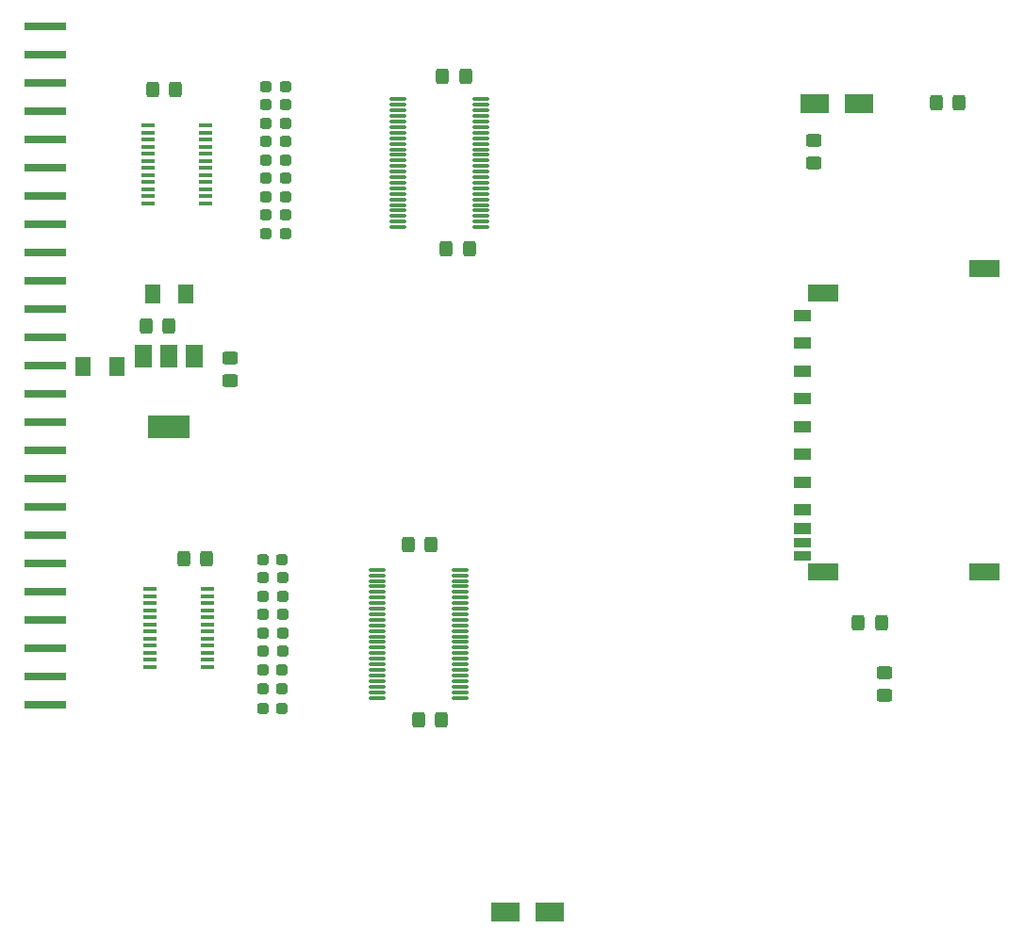
<source format=gbr>
%TF.GenerationSoftware,KiCad,Pcbnew,(6.0.2)*%
%TF.CreationDate,2022-04-15T06:18:49-06:00*%
%TF.ProjectId,XCVR_F4_SMD_V1,58435652-5f46-4345-9f53-4d445f56312e,rev?*%
%TF.SameCoordinates,Original*%
%TF.FileFunction,Paste,Top*%
%TF.FilePolarity,Positive*%
%FSLAX46Y46*%
G04 Gerber Fmt 4.6, Leading zero omitted, Abs format (unit mm)*
G04 Created by KiCad (PCBNEW (6.0.2)) date 2022-04-15 06:18:49*
%MOMM*%
%LPD*%
G01*
G04 APERTURE LIST*
G04 Aperture macros list*
%AMRoundRect*
0 Rectangle with rounded corners*
0 $1 Rounding radius*
0 $2 $3 $4 $5 $6 $7 $8 $9 X,Y pos of 4 corners*
0 Add a 4 corners polygon primitive as box body*
4,1,4,$2,$3,$4,$5,$6,$7,$8,$9,$2,$3,0*
0 Add four circle primitives for the rounded corners*
1,1,$1+$1,$2,$3*
1,1,$1+$1,$4,$5*
1,1,$1+$1,$6,$7*
1,1,$1+$1,$8,$9*
0 Add four rect primitives between the rounded corners*
20,1,$1+$1,$2,$3,$4,$5,0*
20,1,$1+$1,$4,$5,$6,$7,0*
20,1,$1+$1,$6,$7,$8,$9,0*
20,1,$1+$1,$8,$9,$2,$3,0*%
G04 Aperture macros list end*
%ADD10R,3.800000X0.750000*%
%ADD11RoundRect,0.237500X-0.287500X-0.237500X0.287500X-0.237500X0.287500X0.237500X-0.287500X0.237500X0*%
%ADD12RoundRect,0.250001X-0.462499X-0.624999X0.462499X-0.624999X0.462499X0.624999X-0.462499X0.624999X0*%
%ADD13RoundRect,0.250001X0.462499X0.624999X-0.462499X0.624999X-0.462499X-0.624999X0.462499X-0.624999X0*%
%ADD14RoundRect,0.237500X0.287500X0.237500X-0.287500X0.237500X-0.287500X-0.237500X0.287500X-0.237500X0*%
%ADD15R,1.500000X2.000000*%
%ADD16R,3.800000X2.000000*%
%ADD17R,1.200000X0.400000*%
%ADD18RoundRect,0.250000X-0.450000X0.325000X-0.450000X-0.325000X0.450000X-0.325000X0.450000X0.325000X0*%
%ADD19RoundRect,0.075000X-0.662500X-0.075000X0.662500X-0.075000X0.662500X0.075000X-0.662500X0.075000X0*%
%ADD20RoundRect,0.250000X-0.325000X-0.450000X0.325000X-0.450000X0.325000X0.450000X-0.325000X0.450000X0*%
%ADD21RoundRect,0.250000X0.325000X0.450000X-0.325000X0.450000X-0.325000X-0.450000X0.325000X-0.450000X0*%
%ADD22RoundRect,0.250000X0.450000X-0.325000X0.450000X0.325000X-0.450000X0.325000X-0.450000X-0.325000X0*%
%ADD23R,1.500000X0.960000*%
%ADD24R,1.500000X1.100000*%
%ADD25R,2.800000X1.500000*%
%ADD26R,2.500000X1.800000*%
G04 APERTURE END LIST*
D10*
%TO.C,J3*%
X107017820Y-129484120D03*
X107017820Y-126944120D03*
X107017820Y-124404120D03*
X107017820Y-121864120D03*
X107017820Y-119324120D03*
X107017820Y-116784120D03*
X107017820Y-114244120D03*
X107017820Y-111704120D03*
X107017820Y-109164120D03*
X107017820Y-106624120D03*
X107017820Y-104084120D03*
X107017820Y-101544120D03*
X107017820Y-99004120D03*
X107017820Y-96464120D03*
X107017820Y-93924120D03*
X107017820Y-91384120D03*
X107017820Y-88844120D03*
X107017820Y-86304120D03*
X107017820Y-83764120D03*
X107017820Y-81224120D03*
X107017820Y-78684120D03*
X107017820Y-76144120D03*
X107017820Y-73604120D03*
X107017820Y-71064120D03*
X107017820Y-68524120D03*
%TD*%
D11*
%TO.C,R6*%
X126537780Y-119689880D03*
X128287780Y-119689880D03*
%TD*%
%TO.C,R4*%
X126537780Y-118038880D03*
X128287780Y-118038880D03*
%TD*%
%TO.C,R5*%
X126523780Y-126293880D03*
X128273780Y-126293880D03*
%TD*%
%TO.C,R10*%
X126523780Y-128008380D03*
X128273780Y-128008380D03*
%TD*%
%TO.C,R7*%
X126537780Y-124642880D03*
X128287780Y-124642880D03*
%TD*%
%TO.C,R8*%
X126537780Y-121340880D03*
X128287780Y-121340880D03*
%TD*%
%TO.C,R1*%
X126523780Y-116387880D03*
X128273780Y-116387880D03*
%TD*%
%TO.C,R11*%
X126523780Y-129786380D03*
X128273780Y-129786380D03*
%TD*%
%TO.C,R9*%
X126537780Y-122991880D03*
X128287780Y-122991880D03*
%TD*%
D12*
%TO.C,C1*%
X116664080Y-92506800D03*
X119639080Y-92506800D03*
%TD*%
D13*
%TO.C,C2*%
X113386260Y-99082860D03*
X110411260Y-99082860D03*
%TD*%
D11*
%TO.C,R3*%
X126804420Y-73916540D03*
X128554420Y-73916540D03*
%TD*%
%TO.C,R2*%
X126804420Y-75567540D03*
X128554420Y-75567540D03*
%TD*%
D14*
%TO.C,R18*%
X128554420Y-83822540D03*
X126804420Y-83822540D03*
%TD*%
%TO.C,R17*%
X128554420Y-85473540D03*
X126804420Y-85473540D03*
%TD*%
%TO.C,R16*%
X128554420Y-87124540D03*
X126804420Y-87124540D03*
%TD*%
%TO.C,R15*%
X128554420Y-82171540D03*
X126804420Y-82171540D03*
%TD*%
%TO.C,R14*%
X128554420Y-80520540D03*
X126804420Y-80520540D03*
%TD*%
%TO.C,R13*%
X128554420Y-78869540D03*
X126804420Y-78869540D03*
%TD*%
%TO.C,R12*%
X128568420Y-77218540D03*
X126818420Y-77218540D03*
%TD*%
D15*
%TO.C,U3*%
X120393220Y-98146920D03*
X118093220Y-98146920D03*
D16*
X118093220Y-104446920D03*
D15*
X115793220Y-98146920D03*
%TD*%
D17*
%TO.C,U2*%
X116203420Y-77409040D03*
X116203420Y-78044040D03*
X116203420Y-78679040D03*
X116203420Y-79314040D03*
X116203420Y-79949040D03*
X116203420Y-80584040D03*
X116203420Y-81219040D03*
X116203420Y-81854040D03*
X116203420Y-82489040D03*
X116203420Y-83124040D03*
X116203420Y-83759040D03*
X116203420Y-84394040D03*
X121403420Y-84394040D03*
X121403420Y-83759040D03*
X121403420Y-83124040D03*
X121403420Y-82489040D03*
X121403420Y-81854040D03*
X121403420Y-81219040D03*
X121403420Y-80584040D03*
X121403420Y-79949040D03*
X121403420Y-79314040D03*
X121403420Y-78679040D03*
X121403420Y-78044040D03*
X121403420Y-77409040D03*
%TD*%
%TO.C,U1*%
X116353280Y-119054880D03*
X116353280Y-119689880D03*
X116353280Y-120324880D03*
X116353280Y-120959880D03*
X116353280Y-121594880D03*
X116353280Y-122229880D03*
X116353280Y-122864880D03*
X116353280Y-123499880D03*
X116353280Y-124134880D03*
X116353280Y-124769880D03*
X116353280Y-125404880D03*
X116353280Y-126039880D03*
X121553280Y-126039880D03*
X121553280Y-125404880D03*
X121553280Y-124769880D03*
X121553280Y-124134880D03*
X121553280Y-123499880D03*
X121553280Y-122864880D03*
X121553280Y-122229880D03*
X121553280Y-121594880D03*
X121553280Y-120959880D03*
X121553280Y-120324880D03*
X121553280Y-119689880D03*
X121553280Y-119054880D03*
%TD*%
D18*
%TO.C,C3*%
X176034700Y-78733540D03*
X176034700Y-80783540D03*
%TD*%
D19*
%TO.C,U4*%
X136832340Y-117330720D03*
X136832340Y-117830720D03*
X136832340Y-118330720D03*
X136832340Y-118830720D03*
X136832340Y-119330720D03*
X136832340Y-119830720D03*
X136832340Y-120330720D03*
X136832340Y-120830720D03*
X136832340Y-121330720D03*
X136832340Y-121830720D03*
X136832340Y-122330720D03*
X136832340Y-122830720D03*
X136832340Y-123330720D03*
X136832340Y-123830720D03*
X136832340Y-124330720D03*
X136832340Y-124830720D03*
X136832340Y-125330720D03*
X136832340Y-125830720D03*
X136832340Y-126330720D03*
X136832340Y-126830720D03*
X136832340Y-127330720D03*
X136832340Y-127830720D03*
X136832340Y-128330720D03*
X136832340Y-128830720D03*
X144257340Y-128830720D03*
X144257340Y-128330720D03*
X144257340Y-127830720D03*
X144257340Y-127330720D03*
X144257340Y-126830720D03*
X144257340Y-126330720D03*
X144257340Y-125830720D03*
X144257340Y-125330720D03*
X144257340Y-124830720D03*
X144257340Y-124330720D03*
X144257340Y-123830720D03*
X144257340Y-123330720D03*
X144257340Y-122830720D03*
X144257340Y-122330720D03*
X144257340Y-121830720D03*
X144257340Y-121330720D03*
X144257340Y-120830720D03*
X144257340Y-120330720D03*
X144257340Y-119830720D03*
X144257340Y-119330720D03*
X144257340Y-118830720D03*
X144257340Y-118330720D03*
X144257340Y-117830720D03*
X144257340Y-117330720D03*
%TD*%
%TO.C,U5*%
X138674820Y-75052480D03*
X138674820Y-75552480D03*
X138674820Y-76052480D03*
X138674820Y-76552480D03*
X138674820Y-77052480D03*
X138674820Y-77552480D03*
X138674820Y-78052480D03*
X138674820Y-78552480D03*
X138674820Y-79052480D03*
X138674820Y-79552480D03*
X138674820Y-80052480D03*
X138674820Y-80552480D03*
X138674820Y-81052480D03*
X138674820Y-81552480D03*
X138674820Y-82052480D03*
X138674820Y-82552480D03*
X138674820Y-83052480D03*
X138674820Y-83552480D03*
X138674820Y-84052480D03*
X138674820Y-84552480D03*
X138674820Y-85052480D03*
X138674820Y-85552480D03*
X138674820Y-86052480D03*
X138674820Y-86552480D03*
X146099820Y-86552480D03*
X146099820Y-86052480D03*
X146099820Y-85552480D03*
X146099820Y-85052480D03*
X146099820Y-84552480D03*
X146099820Y-84052480D03*
X146099820Y-83552480D03*
X146099820Y-83052480D03*
X146099820Y-82552480D03*
X146099820Y-82052480D03*
X146099820Y-81552480D03*
X146099820Y-81052480D03*
X146099820Y-80552480D03*
X146099820Y-80052480D03*
X146099820Y-79552480D03*
X146099820Y-79052480D03*
X146099820Y-78552480D03*
X146099820Y-78052480D03*
X146099820Y-77552480D03*
X146099820Y-77052480D03*
X146099820Y-76552480D03*
X146099820Y-76052480D03*
X146099820Y-75552480D03*
X146099820Y-75052480D03*
%TD*%
D20*
%TO.C,C4*%
X139600720Y-115072160D03*
X141650720Y-115072160D03*
%TD*%
%TO.C,C5*%
X142671580Y-72953880D03*
X144721580Y-72953880D03*
%TD*%
D21*
%TO.C,R19*%
X121478040Y-116304060D03*
X119428040Y-116304060D03*
%TD*%
D22*
%TO.C,R21*%
X182328820Y-128613119D03*
X182328820Y-126563119D03*
%TD*%
D21*
%TO.C,C6*%
X118685420Y-74206100D03*
X116635420Y-74206100D03*
%TD*%
D20*
%TO.C,C7*%
X116060001Y-95455740D03*
X118110001Y-95455740D03*
%TD*%
D22*
%TO.C,C8*%
X123596400Y-100353080D03*
X123596400Y-98303080D03*
%TD*%
D20*
%TO.C,C9*%
X186965480Y-75399900D03*
X189015480Y-75399900D03*
%TD*%
%TO.C,C10*%
X140494800Y-130810000D03*
X142544800Y-130810000D03*
%TD*%
%TO.C,C11*%
X180012120Y-122087640D03*
X182062120Y-122087640D03*
%TD*%
D23*
%TO.C,SD1*%
X175011080Y-116095780D03*
X175011080Y-114895780D03*
D24*
X175011080Y-113595780D03*
X175011080Y-111895780D03*
X175011080Y-109465780D03*
X175011080Y-106965780D03*
X175011080Y-104465780D03*
X175011080Y-101965780D03*
X175011080Y-99465780D03*
X175011080Y-96965780D03*
X175011080Y-94465780D03*
D25*
X176811080Y-117555780D03*
X176811080Y-92455780D03*
X191311080Y-117555780D03*
X191311080Y-90255780D03*
%TD*%
D26*
%TO.C,D1*%
X176070760Y-75410060D03*
X180070760Y-75410060D03*
%TD*%
%TO.C,D2*%
X152301960Y-148130260D03*
X148301960Y-148130260D03*
%TD*%
D20*
%TO.C,C12*%
X143017020Y-88447880D03*
X145067020Y-88447880D03*
%TD*%
M02*

</source>
